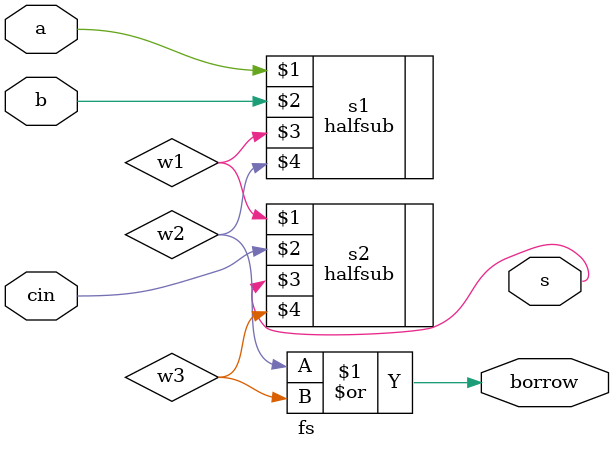
<source format=v>
module fs(a,b,cin,s,borrow);
input a,b,cin;
output s,borrow;
wire w1,w2,w3;
halfsub s1(a,b,w1,w2);
halfsub s2(w1,cin,s,w3);
or o1(borrow,w2,w3);
endmodule


</source>
